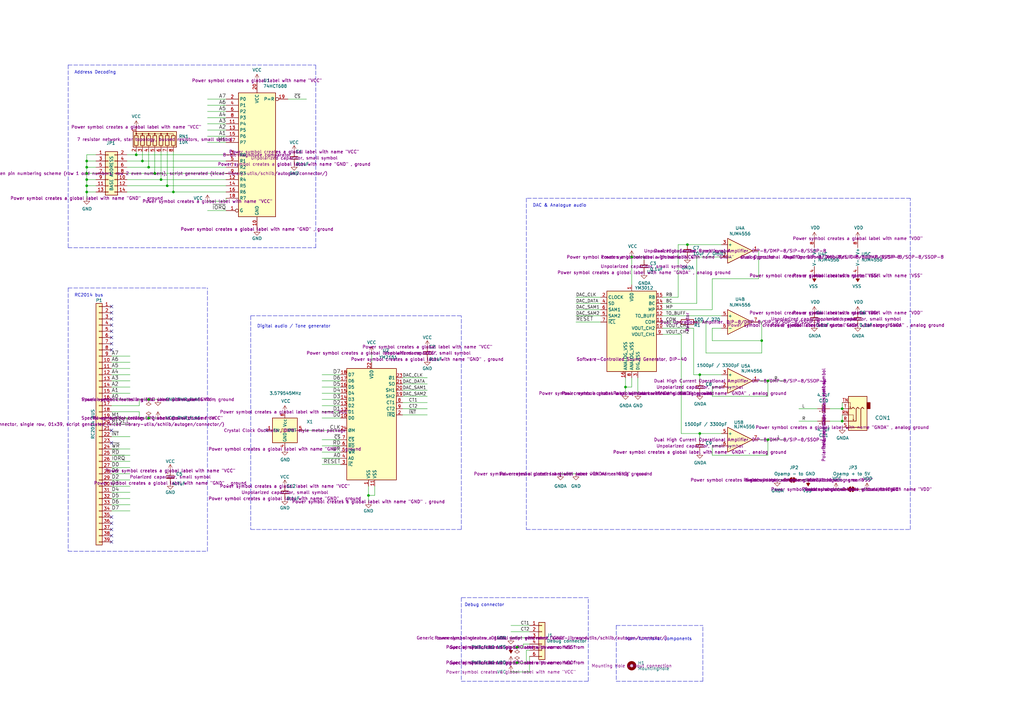
<source format=kicad_sch>
(kicad_sch (version 20250114) (generator "eeschema") (generator_version "9.0")
  (paper "A3")
  (title_block (title "RC2014 YM2151 sound card") (date "@date@") (rev "@version@") (comment 1 "these are the things that dreams are made of"))
  (text "Non-functional components" (at 256.54 262.89 0) (effects (font (size 1.27 1.27)) (justify left bottom)))
  (text "Digital audio / Tone generator" (at 105.41 134.62 0) (effects (font (size 1.27 1.27)) (justify left bottom)))
  (text "Debug connector" (at 190.5 248.92 0) (effects (font (size 1.27 1.27)) (justify left bottom)))
  (text "Address Decoding" (at 30.48 30.48 0) (effects (font (size 1.27 1.27)) (justify left bottom)))
  (text "DAC & Analogue audio" (at 218.44 85.09 0) (effects (font (size 1.27 1.27)) (justify left bottom)))
  (text "RC2014 bus" (at 30.48 121.92 0) (effects (font (size 1.27 1.27)) (justify left bottom)))
  (junction (at 60.96 163.83))
  (junction (at 55.88 63.5))
  (junction (at 35.56 78.74))
  (junction (at 314.96 156.21))
  (junction (at 151.13 203.2))
  (junction (at 35.56 76.2))
  (junction (at 256.54 158.75))
  (junction (at 314.96 180.34))
  (junction (at 35.56 73.66))
  (junction (at 66.04 73.66))
  (junction (at 71.12 78.74))
  (junction (at 35.56 71.12))
  (junction (at 287.02 177.8))
  (junction (at 287.02 153.67))
  (junction (at 35.56 68.58))
  (junction (at 60.96 171.45))
  (junction (at 281.94 100.33))
  (junction (at 312.42 139.7))
  (junction (at 58.42 66.04))
  (junction (at 63.5 71.12))
  (junction (at 259.08 105.41))
  (junction (at 35.56 66.04))
  (junction (at 60.96 68.58))
  (junction (at 68.58 76.2))
  (junction (at 345.44 167.64))
  (junction (at 212.09 271.78))
  (junction (at 212.09 265.43))
  (junction (at 345.44 172.72))
  (no_connect (at 109.22 176.53))
  (no_connect (at 45.72 222.25))
  (no_connect (at 45.72 217.17))
  (no_connect (at 45.72 130.81))
  (no_connect (at 45.72 128.27))
  (no_connect (at 45.72 181.61))
  (no_connect (at 45.72 214.63))
  (no_connect (at 45.72 125.73))
  (no_connect (at 45.72 140.97))
  (no_connect (at 45.72 212.09))
  (no_connect (at 45.72 143.51))
  (no_connect (at 45.72 138.43))
  (no_connect (at 45.72 219.71))
  (no_connect (at 45.72 133.35))
  (no_connect (at 45.72 135.89))
  (no_connect (at 45.72 176.53))
  (polyline (pts (xy 373.38 217.17) (xy 373.38 81.28)) (stroke (width 0) (type dash)))
  (wire (pts (xy 256.54 158.75) (xy 256.54 161.29)))
  (wire (pts (xy 57.15 163.83) (xy 60.96 163.83)))
  (wire (pts (xy 55.88 62.23) (xy 55.88 63.5)))
  (wire (pts (xy 259.08 154.94) (xy 259.08 158.75)))
  (wire (pts (xy 285.75 105.41) (xy 295.91 105.41)))
  (wire (pts (xy 57.15 171.45) (xy 60.96 171.45)))
  (polyline (pts (xy 102.87 129.54) (xy 102.87 217.17)) (stroke (width 0) (type dash)))
  (wire (pts (xy 68.58 76.2) (xy 52.07 76.2)))
  (wire (pts (xy 312.42 132.08) (xy 311.15 132.08)))
  (wire (pts (xy 132.08 161.29) (xy 139.7 161.29)))
  (wire (pts (xy 52.07 73.66) (xy 66.04 73.66)))
  (wire (pts (xy 45.72 199.39) (xy 53.34 199.39)))
  (wire (pts (xy 35.56 73.66) (xy 35.56 76.2)))
  (polyline (pts (xy 288.29 279.4) (xy 288.29 256.54)) (stroke (width 0) (type dash)))
  (wire (pts (xy 236.22 194.31) (xy 229.87 194.31)))
  (wire (pts (xy 35.56 78.74) (xy 39.37 78.74)))
  (wire (pts (xy 45.72 148.59) (xy 53.34 148.59)))
  (wire (pts (xy 52.07 66.04) (xy 58.42 66.04)))
  (wire (pts (xy 279.4 137.16) (xy 279.4 177.8)))
  (wire (pts (xy 345.44 167.64) (xy 345.44 165.1)))
  (polyline (pts (xy 241.3 279.4) (xy 241.3 245.11)) (stroke (width 0) (type dash)))
  (polyline (pts (xy 189.23 279.4) (xy 241.3 279.4)) (stroke (width 0) (type dash)))
  (wire (pts (xy 281.94 100.33) (xy 295.91 100.33)))
  (wire (pts (xy 271.78 132.08) (xy 278.13 132.08)))
  (wire (pts (xy 292.1 182.88) (xy 292.1 186.69)))
  (wire (pts (xy 165.1 165.1) (xy 175.26 165.1)))
  (polyline (pts (xy 252.73 256.54) (xy 288.29 256.54)) (stroke (width 0) (type dash)))
  (wire (pts (xy 132.08 185.42) (xy 139.7 185.42)))
  (polyline (pts (xy 102.87 217.17) (xy 189.23 217.17)) (stroke (width 0) (type dash)))
  (wire (pts (xy 214.63 264.16) (xy 217.17 264.16)))
  (wire (pts (xy 45.72 204.47) (xy 53.34 204.47)))
  (wire (pts (xy 355.6 200.66) (xy 353.06 200.66)))
  (wire (pts (xy 45.72 156.21) (xy 53.34 156.21)))
  (wire (pts (xy 45.72 173.99) (xy 53.34 173.99)))
  (wire (pts (xy 132.08 166.37) (xy 139.7 166.37)))
  (wire (pts (xy 57.15 168.91) (xy 57.15 171.45)))
  (wire (pts (xy 292.1 127) (xy 292.1 114.3)))
  (wire (pts (xy 259.08 105.41) (xy 264.16 105.41)))
  (wire (pts (xy 312.42 139.7) (xy 312.42 132.08)))
  (wire (pts (xy 45.72 163.83) (xy 53.34 163.83)))
  (wire (pts (xy 45.72 146.05) (xy 53.34 146.05)))
  (wire (pts (xy 132.08 158.75) (xy 139.7 158.75)))
  (wire (pts (xy 271.78 121.92) (xy 278.13 121.92)))
  (wire (pts (xy 209.55 256.54) (xy 217.17 256.54)))
  (wire (pts (xy 287.02 156.21) (xy 287.02 153.67)))
  (wire (pts (xy 312.42 144.78) (xy 289.56 144.78)))
  (wire (pts (xy 132.08 171.45) (xy 139.7 171.45)))
  (wire (pts (xy 57.15 166.37) (xy 57.15 163.83)))
  (wire (pts (xy 45.72 207.01) (xy 53.34 207.01)))
  (wire (pts (xy 312.42 139.7) (xy 312.42 144.78)))
  (wire (pts (xy 45.72 209.55) (xy 53.34 209.55)))
  (wire (pts (xy 209.55 261.62) (xy 217.17 261.62)))
  (wire (pts (xy 35.56 76.2) (xy 39.37 76.2)))
  (polyline (pts (xy 252.73 279.4) (xy 288.29 279.4)) (stroke (width 0) (type dash)))
  (wire (pts (xy 314.96 180.34) (xy 322.58 180.34)))
  (wire (pts (xy 45.72 201.93) (xy 53.34 201.93)))
  (wire (pts (xy 60.96 68.58) (xy 52.07 68.58)))
  (wire (pts (xy 118.11 40.64) (xy 125.73 40.64)))
  (wire (pts (xy 35.56 76.2) (xy 35.56 78.74)))
  (wire (pts (xy 35.56 66.04) (xy 39.37 66.04)))
  (wire (pts (xy 60.96 163.83) (xy 64.77 163.83)))
  (wire (pts (xy 212.09 271.78) (xy 215.9 271.78)))
  (wire (pts (xy 287.02 177.8) (xy 295.91 177.8)))
  (wire (pts (xy 132.08 153.67) (xy 139.7 153.67)))
  (wire (pts (xy 35.56 68.58) (xy 39.37 68.58)))
  (wire (pts (xy 340.36 172.72) (xy 345.44 172.72)))
  (wire (pts (xy 35.56 63.5) (xy 35.56 66.04)))
  (wire (pts (xy 55.88 63.5) (xy 52.07 63.5)))
  (wire (pts (xy 259.08 105.41) (xy 259.08 116.84)))
  (wire (pts (xy 60.96 171.45) (xy 64.77 171.45)))
  (wire (pts (xy 85.09 43.18) (xy 92.71 43.18)))
  (wire (pts (xy 212.09 265.43) (xy 214.63 265.43)))
  (wire (pts (xy 151.13 203.2) (xy 151.13 205.74)))
  (wire (pts (xy 331.47 196.85) (xy 328.93 196.85)))
  (wire (pts (xy 85.09 40.64) (xy 92.71 40.64)))
  (wire (pts (xy 66.04 73.66) (xy 92.71 73.66)))
  (wire (pts (xy 214.63 265.43) (xy 214.63 264.16)))
  (wire (pts (xy 85.09 53.34) (xy 92.71 53.34)))
  (polyline (pts (xy 373.38 81.28) (xy 215.9 81.28)) (stroke (width 0) (type dash)))
  (wire (pts (xy 271.78 134.62) (xy 284.48 134.62)))
  (wire (pts (xy 45.72 179.07) (xy 53.34 179.07)))
  (wire (pts (xy 289.56 132.08) (xy 289.56 144.78)))
  (wire (pts (xy 314.96 156.21) (xy 322.58 156.21)))
  (wire (pts (xy 92.71 76.2) (xy 68.58 76.2)))
  (wire (pts (xy 132.08 163.83) (xy 139.7 163.83)))
  (wire (pts (xy 45.72 186.69) (xy 53.34 186.69)))
  (wire (pts (xy 165.1 157.48) (xy 175.26 157.48)))
  (wire (pts (xy 165.1 170.18) (xy 175.26 170.18)))
  (wire (pts (xy 314.96 186.69) (xy 314.96 180.34)))
  (wire (pts (xy 85.09 82.55) (xy 92.71 82.55)))
  (wire (pts (xy 132.08 180.34) (xy 139.7 180.34)))
  (wire (pts (xy 287.02 153.67) (xy 295.91 153.67)))
  (wire (pts (xy 52.07 78.74) (xy 71.12 78.74)))
  (wire (pts (xy 63.5 71.12) (xy 92.71 71.12)))
  (wire (pts (xy 295.91 134.62) (xy 292.1 134.62)))
  (wire (pts (xy 45.72 158.75) (xy 53.34 158.75)))
  (wire (pts (xy 58.42 66.04) (xy 92.71 66.04)))
  (wire (pts (xy 209.55 259.08) (xy 217.17 259.08)))
  (wire (pts (xy 57.15 168.91) (xy 45.72 168.91)))
  (wire (pts (xy 285.75 124.46) (xy 285.75 105.41)))
  (wire (pts (xy 278.13 100.33) (xy 281.94 100.33)))
  (wire (pts (xy 292.1 134.62) (xy 292.1 139.7)))
  (wire (pts (xy 85.09 50.8) (xy 92.71 50.8)))
  (wire (pts (xy 35.56 71.12) (xy 35.56 73.66)))
  (wire (pts (xy 271.78 124.46) (xy 285.75 124.46)))
  (wire (pts (xy 278.13 121.92) (xy 278.13 100.33)))
  (wire (pts (xy 35.56 73.66) (xy 39.37 73.66)))
  (polyline (pts (xy 215.9 81.28) (xy 215.9 217.17)) (stroke (width 0) (type dash)))
  (wire (pts (xy 60.96 62.23) (xy 60.96 68.58)))
  (wire (pts (xy 271.78 137.16) (xy 279.4 137.16)))
  (wire (pts (xy 212.09 265.43) (xy 209.55 265.43)))
  (wire (pts (xy 284.48 153.67) (xy 287.02 153.67)))
  (wire (pts (xy 45.72 151.13) (xy 53.34 151.13)))
  (polyline (pts (xy 27.94 118.11) (xy 85.09 118.11)) (stroke (width 0) (type dash)))
  (wire (pts (xy 335.28 172.72) (xy 327.66 172.72)))
  (wire (pts (xy 52.07 71.12) (xy 63.5 71.12)))
  (wire (pts (xy 292.1 139.7) (xy 312.42 139.7)))
  (wire (pts (xy 340.36 167.64) (xy 345.44 167.64)))
  (wire (pts (xy 271.78 127) (xy 292.1 127)))
  (wire (pts (xy 217.17 275.59) (xy 217.17 269.24)))
  (wire (pts (xy 311.15 180.34) (xy 314.96 180.34)))
  (wire (pts (xy 68.58 62.23) (xy 68.58 76.2)))
  (wire (pts (xy 284.48 134.62) (xy 284.48 153.67)))
  (polyline (pts (xy 129.54 101.6) (xy 129.54 26.67)) (stroke (width 0) (type dash)))
  (wire (pts (xy 285.75 132.08) (xy 289.56 132.08)))
  (polyline (pts (xy 102.87 129.54) (xy 189.23 129.54)) (stroke (width 0) (type dash)))
  (polyline (pts (xy 189.23 217.17) (xy 189.23 129.54)) (stroke (width 0) (type dash)))
  (polyline (pts (xy 189.23 245.11) (xy 189.23 279.4)) (stroke (width 0) (type dash)))
  (wire (pts (xy 165.1 162.56) (xy 175.26 162.56)))
  (wire (pts (xy 279.4 177.8) (xy 287.02 177.8)))
  (wire (pts (xy 236.22 124.46) (xy 246.38 124.46)))
  (wire (pts (xy 217.17 275.59) (xy 209.55 275.59)))
  (wire (pts (xy 57.15 166.37) (xy 45.72 166.37)))
  (wire (pts (xy 345.44 172.72) (xy 345.44 170.18)))
  (wire (pts (xy 292.1 162.56) (xy 314.96 162.56)))
  (wire (pts (xy 153.67 203.2) (xy 151.13 203.2)))
  (wire (pts (xy 85.09 55.88) (xy 92.71 55.88)))
  (polyline (pts (xy 27.94 226.06) (xy 85.09 226.06)) (stroke (width 0) (type dash)))
  (wire (pts (xy 45.72 153.67) (xy 53.34 153.67)))
  (wire (pts (xy 85.09 48.26) (xy 92.71 48.26)))
  (wire (pts (xy 215.9 266.7) (xy 217.17 266.7)))
  (wire (pts (xy 314.96 162.56) (xy 314.96 156.21)))
  (wire (pts (xy 45.72 184.15) (xy 53.34 184.15)))
  (polyline (pts (xy 27.94 26.67) (xy 27.94 101.6)) (stroke (width 0) (type dash)))
  (polyline (pts (xy 241.3 245.11) (xy 189.23 245.11)) (stroke (width 0) (type dash)))
  (wire (pts (xy 35.56 71.12) (xy 39.37 71.12)))
  (wire (pts (xy 215.9 271.78) (xy 215.9 266.7)))
  (wire (pts (xy 151.13 199.39) (xy 151.13 203.2)))
  (wire (pts (xy 45.72 196.85) (xy 53.34 196.85)))
  (wire (pts (xy 264.16 105.41) (xy 264.16 106.68)))
  (polyline (pts (xy 215.9 81.28) (xy 215.9 81.28)) (stroke (width 0) (type dash)))
  (wire (pts (xy 45.72 189.23) (xy 53.34 189.23)))
  (wire (pts (xy 287.02 180.34) (xy 287.02 177.8)))
  (polyline (pts (xy 252.73 256.54) (xy 252.73 279.4)) (stroke (width 0) (type dash)))
  (polyline (pts (xy 85.09 226.06) (xy 85.09 118.11)) (stroke (width 0) (type dash)))
  (wire (pts (xy 92.71 63.5) (xy 55.88 63.5)))
  (wire (pts (xy 236.22 132.08) (xy 246.38 132.08)))
  (wire (pts (xy 132.08 182.88) (xy 139.7 182.88)))
  (wire (pts (xy 124.46 176.53) (xy 139.7 176.53)))
  (wire (pts (xy 85.09 45.72) (xy 92.71 45.72)))
  (wire (pts (xy 311.15 156.21) (xy 314.96 156.21)))
  (wire (pts (xy 35.56 78.74) (xy 35.56 81.28)))
  (wire (pts (xy 152.4 144.78) (xy 152.4 148.59)))
  (wire (pts (xy 35.56 66.04) (xy 35.56 68.58)))
  (polyline (pts (xy 27.94 118.11) (xy 27.94 226.06)) (stroke (width 0) (type dash)))
  (wire (pts (xy 318.77 196.85) (xy 321.31 196.85)))
  (polyline (pts (xy 27.94 26.67) (xy 129.54 26.67)) (stroke (width 0) (type dash)))
  (wire (pts (xy 236.22 129.54) (xy 246.38 129.54)))
  (wire (pts (xy 132.08 168.91) (xy 139.7 168.91)))
  (wire (pts (xy 295.91 182.88) (xy 292.1 182.88)))
  (wire (pts (xy 92.71 68.58) (xy 60.96 68.58)))
  (polyline (pts (xy 215.9 217.17) (xy 373.38 217.17)) (stroke (width 0) (type dash)))
  (wire (pts (xy 153.67 203.2) (xy 153.67 199.39)))
  (wire (pts (xy 256.54 154.94) (xy 256.54 158.75)))
  (wire (pts (xy 132.08 187.96) (xy 139.7 187.96)))
  (wire (pts (xy 85.09 58.42) (xy 92.71 58.42)))
  (wire (pts (xy 292.1 158.75) (xy 295.91 158.75)))
  (wire (pts (xy 165.1 160.02) (xy 175.26 160.02)))
  (wire (pts (xy 271.78 129.54) (xy 295.91 129.54)))
  (wire (pts (xy 165.1 154.94) (xy 175.26 154.94)))
  (wire (pts (xy 132.08 190.5) (xy 139.7 190.5)))
  (wire (pts (xy 92.71 82.55) (xy 92.71 81.28)))
  (wire (pts (xy 63.5 62.23) (xy 63.5 71.12)))
  (wire (pts (xy 236.22 127) (xy 246.38 127)))
  (polyline (pts (xy 27.94 101.6) (xy 129.54 101.6)) (stroke (width 0) (type dash)))
  (wire (pts (xy 45.72 194.31) (xy 53.34 194.31)))
  (wire (pts (xy 292.1 186.69) (xy 314.96 186.69)))
  (wire (pts (xy 58.42 62.23) (xy 58.42 66.04)))
  (wire (pts (xy 311.15 102.87) (xy 311.15 114.3)))
  (wire (pts (xy 292.1 158.75) (xy 292.1 162.56)))
  (wire (pts (xy 209.55 271.78) (xy 212.09 271.78)))
  (wire (pts (xy 85.09 86.36) (xy 92.71 86.36)))
  (wire (pts (xy 45.72 161.29) (xy 53.34 161.29)))
  (wire (pts (xy 35.56 63.5) (xy 39.37 63.5)))
  (wire (pts (xy 236.22 121.92) (xy 246.38 121.92)))
  (wire (pts (xy 71.12 78.74) (xy 92.71 78.74)))
  (wire (pts (xy 335.28 167.64) (xy 327.66 167.64)))
  (wire (pts (xy 71.12 62.23) (xy 71.12 78.74)))
  (wire (pts (xy 66.04 62.23) (xy 66.04 73.66)))
  (wire (pts (xy 292.1 114.3) (xy 311.15 114.3)))
  (wire (pts (xy 35.56 68.58) (xy 35.56 71.12)))
  (wire (pts (xy 45.72 171.45) (xy 53.34 171.45)))
  (wire (pts (xy 259.08 158.75) (xy 256.54 158.75)))
  (wire (pts (xy 165.1 167.64) (xy 175.26 167.64)))
  (wire (pts (xy 132.08 156.21) (xy 139.7 156.21)))
  (wire (pts (xy 45.72 191.77) (xy 53.34 191.77)))
  (wire (pts (xy 261.62 161.29) (xy 261.62 154.94)))
  (wire (pts (xy 342.9 200.66) (xy 345.44 200.66)))
  (label "~{WR}" (at 45.72 184.15 0) (effects (font (size 1.524 1.524))))
  (label "A2" (at 45.72 158.75 0) (effects (font (size 1.524 1.524))))
  (label "L" (at 328.93 167.64 0))
  (label "~{CS}" (at 120.65 40.64 0))
  (label "D2" (at 45.72 196.85 0) (effects (font (size 1.524 1.524))))
  (label "L" (at 318.77 180.34 0))
  (label "COM" (at 273.05 132.08 0))
  (label "TO_BUFF" (at 273.05 129.54 0))
  (label "DAC_CLK" (at 236.22 121.92 0))
  (label "CT2" (at 217.17 259.08 180))
  (label "BC" (at 273.05 124.46 0))
  (label "D1" (at 139.7 168.91 180) (effects (font (size 1.524 1.524))))
  (label "DAC_CLK" (at 165.1 154.94 0))
  (label "A1" (at 92.71 55.88 180) (effects (font (size 1.524 1.524))))
  (label "A7" (at 92.71 40.64 180) (effects (font (size 1.524 1.524))))
  (label "R" (at 328.93 172.72 0))
  (label "D1" (at 45.72 194.31 0) (effects (font (size 1.524 1.524))))
  (label "~{RD}" (at 139.7 182.88 180) (effects (font (size 1.524 1.524))))
  (label "~{RESET}" (at 139.7 190.5 180) (effects (font (size 1.524 1.524))))
  (label "A3" (at 92.71 50.8 180) (effects (font (size 1.524 1.524))))
  (label "A4" (at 92.71 48.26 180) (effects (font (size 1.524 1.524))))
  (label "A6" (at 45.72 148.59 0) (effects (font (size 1.524 1.524))))
  (label "D2" (at 139.7 166.37 180) (effects (font (size 1.524 1.524))))
  (label "D7" (at 139.7 153.67 180) (effects (font (size 1.524 1.524))))
  (label "D5" (at 45.72 204.47 0) (effects (font (size 1.524 1.524))))
  (label "D7" (at 45.72 209.55 0) (effects (font (size 1.524 1.524))))
  (label "M1" (at 92.71 58.42 180) (effects (font (size 1.524 1.524))))
  (label "~{WR}" (at 139.7 185.42 180) (effects (font (size 1.524 1.524))))
  (label "~{INT}" (at 45.72 179.07 0))
  (label "D6" (at 139.7 156.21 180) (effects (font (size 1.524 1.524))))
  (label "DAC_DATA" (at 165.1 157.48 0))
  (label "CLK" (at 139.7 176.53 180) (effects (font (size 1.524 1.524))))
  (label "~{RESET}" (at 45.72 173.99 0) (effects (font (size 1.524 1.524))))
  (label "~{RESET}" (at 236.22 132.08 0) (effects (font (size 1.524 1.524))))
  (label "A1" (at 45.72 161.29 0) (effects (font (size 1.524 1.524))))
  (label "~{IORQ}" (at 92.71 86.36 180) (effects (font (size 1.524 1.524))))
  (label "~{RD}" (at 45.72 186.69 0) (effects (font (size 1.524 1.524))))
  (label "A4" (at 45.72 153.67 0) (effects (font (size 1.524 1.524))))
  (label "DAC_SAM2" (at 236.22 129.54 0))
  (label "D0" (at 139.7 171.45 180) (effects (font (size 1.524 1.524))))
  (label "A2" (at 92.71 53.34 180) (effects (font (size 1.524 1.524))))
  (label "A3" (at 45.72 156.21 0) (effects (font (size 1.524 1.524))))
  (label "DAC_SAM1" (at 236.22 127 0))
  (label "CT1" (at 167.64 165.1 0))
  (label "~{INT}" (at 167.64 170.18 0))
  (label "RB" (at 273.05 121.92 0))
  (label "A0" (at 139.7 187.96 180) (effects (font (size 1.524 1.524))))
  (label "~{CS}" (at 139.7 180.34 180))
  (label "D4" (at 45.72 201.93 0) (effects (font (size 1.524 1.524))))
  (label "CT2" (at 167.64 167.64 0))
  (label "D5" (at 139.7 158.75 180) (effects (font (size 1.524 1.524))))
  (label "A6" (at 92.71 43.18 180) (effects (font (size 1.524 1.524))))
  (label "D3" (at 45.72 199.39 0) (effects (font (size 1.524 1.524))))
  (label "D0" (at 45.72 191.77 0) (effects (font (size 1.524 1.524))))
  (label "A5" (at 45.72 151.13 0) (effects (font (size 1.524 1.524))))
  (label "DAC_SAM2" (at 165.1 162.56 0))
  (label "DAC_DATA" (at 236.22 124.46 0))
  (label "DAC_SAM1" (at 165.1 160.02 0))
  (label "D3" (at 139.7 163.83 180) (effects (font (size 1.524 1.524))))
  (label "D4" (at 139.7 161.29 180) (effects (font (size 1.524 1.524))))
  (label "D6" (at 45.72 207.01 0) (effects (font (size 1.524 1.524))))
  (label "A7" (at 45.72 146.05 0) (effects (font (size 1.524 1.524))))
  (label "R" (at 317.5 156.21 0))
  (label "M1" (at 45.72 171.45 0) (effects (font (size 1.524 1.524))))
  (label "VOUT_CH1" (at 273.05 134.62 0))
  (label "~{IORQ}" (at 45.72 189.23 0) (effects (font (size 1.524 1.524))))
  (label "CT1" (at 217.17 256.54 180))
  (label "VOUT_CH2" (at 273.05 137.16 0))
  (label "A5" (at 92.71 45.72 180) (effects (font (size 1.524 1.524))))
  (label "A0" (at 45.72 163.83 0) (effects (font (size 1.524 1.524))))
  (label "MP" (at 273.05 127 0))
  (symbol (lib_id "Connector_Generic:Conn_01x39") (at 40.64 173.99 0) (mirror y) (unit 1)
    (property "Reference" "P1" (at 40.64 123.19 0))
    (property "Value" "RC2014 BUS" (at 38.1 173.99 90))
    (property "Footprint" "electrified:PinHeader_1x39_P2.54mm_Vertical" (effects (hide yes)))
    (property "Datasheet" "~" (at 40.64 173.99 0))
    (property "Description" "Generic connector, single row, 01x39, script generated (kicad-library-utils/schlib/autogen/connector/)" (at 40.64 173.99 0))
  )
  (symbol (lib_id "power:GND") (at 64.77 163.83 0) (unit 1)
    (property "Reference" "#PWR03" (effects (hide yes)))
    (property "Value" "GND" (at 69.85 163.83 0))
    (property "Description" "Power symbol creates a global label with name \"GND\" , ground" (at 64.77 163.83 0))
  )
  (symbol (lib_id "power:VCC") (at 64.77 171.45 0) (unit 1)
    (property "Reference" "#PWR02" (effects (hide yes)))
    (property "Value" "VCC" (at 69.85 171.45 0))
    (property "Description" "Power symbol creates a global label with name \"VCC\"" (at 64.77 171.45 0))
  )
  (symbol (lib_id "power:GND") (at 151.13 205.74 0) (unit 1)
    (property "Reference" "#PWR018" (effects (hide yes)))
    (property "Value" "GND" (at 151.13 209.55 0))
    (property "Description" "Power symbol creates a global label with name \"GND\" , ground" (at 151.13 205.74 0))
  )
  (symbol (lib_id "Device:C_Small") (at 120.65 64.77 0) (unit 1)
    (property "Reference" "C1" (at 121.285 62.23 0) (effects (justify left)))
    (property "Value" "0.1uF" (at 121.285 67.31 0) (effects (justify left)))
    (property "Footprint" "Capacitor_THT:C_Disc_D3.8mm_W2.6mm_P2.50mm" (effects (hide yes)))
    (property "Description" "Unpolarized capacitor, small symbol" (at 120.65 64.77 0))
  )
  (symbol (lib_id "Device:C_Small") (at 175.26 144.78 0) (unit 1)
    (property "Reference" "C2" (at 175.895 142.24 0) (effects (justify left)))
    (property "Value" "0.1uF" (at 175.895 147.32 0) (effects (justify left)))
    (property "Footprint" "Capacitor_THT:C_Disc_D3.8mm_W2.6mm_P2.50mm" (effects (hide yes)))
    (property "Description" "Unpolarized capacitor, small symbol" (at 175.26 144.78 0))
  )
  (symbol (lib_id "power:GND") (at 120.65 67.31 0) (unit 1)
    (property "Reference" "#PWR05" (effects (hide yes)))
    (property "Value" "GND" (at 120.65 71.12 0))
    (property "Description" "Power symbol creates a global label with name \"GND\" , ground" (at 120.65 67.31 0))
  )
  (symbol (lib_id "power:GND") (at 175.26 147.32 0) (unit 1)
    (property "Reference" "#PWR08" (effects (hide yes)))
    (property "Value" "GND" (at 175.26 151.13 0))
    (property "Description" "Power symbol creates a global label with name \"GND\" , ground" (at 175.26 147.32 0))
  )
  (symbol (lib_id "power:VCC") (at 120.65 62.23 0) (unit 1)
    (property "Reference" "#PWR04" (effects (hide yes)))
    (property "Value" "VCC" (at 120.65 58.42 0))
    (property "Description" "Power symbol creates a global label with name \"VCC\"" (at 120.65 62.23 0))
  )
  (symbol (lib_id "power:VCC") (at 175.26 142.24 0) (unit 1)
    (property "Reference" "#PWR07" (effects (hide yes)))
    (property "Value" "VCC" (at 175.26 138.43 0))
    (property "Description" "Power symbol creates a global label with name \"VCC\"" (at 175.26 142.24 0))
  )
  (symbol (lib_id "Connector_Generic:Conn_02x07_Odd_Even") (at 44.45 71.12 0) (unit 1)
    (property "Reference" "JP1" (at 45.466 58.674 0))
    (property "Value" "BASE ADDRESS" (at 45.72 71.12 90))
    (property "Footprint" "Connector_PinHeader_2.54mm:PinHeader_2x07_P2.54mm_Vertical" (effects (hide yes)))
    (property "Description" "Generic connector, double row, 02x07, odd/even pin numbering scheme (row 1 odd numbers, row 2 even numbers), script generated (kicad-library-utils/schlib/autogen/connector/)" (at 44.45 71.12 0))
  )
  (symbol (lib_id "Device:C_Small") (at 334.01 130.81 0) (unit 1)
    (property "Reference" "C4" (at 334.645 128.27 0) (effects (justify left)))
    (property "Value" "0.1uF" (at 334.645 133.35 0) (effects (justify left)))
    (property "Footprint" "Capacitor_THT:C_Disc_D3.8mm_W2.6mm_P2.50mm" (effects (hide yes)))
    (property "Description" "Unpolarized capacitor, small symbol" (at 334.01 130.81 0))
  )
  (symbol (lib_id "power:PWR_FLAG") (at 60.96 163.83 180) (unit 1)
    (property "Reference" "#FLG02" (effects (hide yes)))
    (property "Value" "PWR_FLAG" (at 77.47 163.83 0))
    (property "Description" "Special symbol for telling ERC where power comes from" (at 60.96 163.83 0))
  )
  (symbol (lib_id "power:PWR_FLAG") (at 60.96 171.45 0) (unit 1)
    (property "Reference" "#FLG01" (effects (hide yes)))
    (property "Value" "PWR_FLAG" (at 77.47 171.45 0))
    (property "Description" "Special symbol for telling ERC where power comes from" (at 60.96 171.45 0))
  )
  (symbol (lib_id "Oscillator:CXO_DIP8") (at 116.84 176.53 0) (unit 1)
    (property "Reference" "X1" (at 125.73 172.974 0) (effects (justify left)))
    (property "Value" "3.579545MHz" (at 110.49 161.29 0) (effects (justify left)))
    (property "Footprint" "Oscillator:Oscillator_DIP-8" (effects (hide yes)))
    (property "Datasheet" "http://cdn-reichelt.de/documents/datenblatt/B400/OSZI.pdf" (effects (hide yes)))
    (property "Description" "Crystal Clock Oscillator, DIP8-style metal package" (at 116.84 176.53 0))
  )
  (symbol (lib_id "power:GND") (at 116.84 184.15 0) (unit 1)
    (property "Reference" "#PWR017" (effects (hide yes)))
    (property "Value" "GND" (at 116.967 188.5442 0))
    (property "Description" "Power symbol creates a global label with name \"GND\" , ground" (at 116.84 184.15 0))
  )
  (symbol (lib_id "power:VCC") (at 116.84 168.91 0) (unit 1)
    (property "Reference" "#PWR016" (effects (hide yes)))
    (property "Value" "VCC" (at 117.221 164.5158 0))
    (property "Description" "Power symbol creates a global label with name \"VCC\"" (at 116.84 168.91 0))
  )
  (symbol (lib_id "Mechanical:MountingHole") (at 259.08 273.05 0) (unit 1)
    (property "Reference" "H1" (at 261.62 271.8816 0) (effects (justify left)))
    (property "Value" "MountingHole" (at 261.62 274.193 0) (effects (justify left)))
    (property "Footprint" "MountingHole:MountingHole_3.2mm_M3" (effects (hide yes)))
    (property "Description" "Mounting Hole without connection" (at 259.08 273.05 0))
  )
  (symbol (lib_id "Connector:AudioJack3_SwitchTR") (at 350.52 172.72 180) (unit 1)
    (property "Reference" "CON1" (at 358.8512 171.3738 0) (effects (font (size 1.524 1.524)) (justify right)))
    (property "Value" "SJ1-3523N" (effects (hide yes)))
    (property "Footprint" "electrified:Headphone_Jack_3.5mm_5_pin" (effects (hide yes)))
    (property "Description" "CONN JACK STEREO 3.5MM R/A" (effects (hide yes)))
    (property "Digi-Key_PN" "CP1-3523N-ND" (effects (hide yes)))
    (property "MPN" "SJ1-3523N" (effects (hide yes)))
    (property "Category" "Connectors, Interconnects" (effects (hide yes)))
    (property "Family" "Barrel - Audio Connectors" (effects (hide yes)))
    (property "DK_Datasheet_Link" "https://www.cui.com/product/resource/digikeypdf/sj1-352xn_series.pdf" (effects (hide yes)))
    (property "DK_Detail_Page" "/product-detail/en/cui-inc/SJ1-3523N/CP1-3523N-ND/738689" (effects (hide yes)))
    (property "Manufacturer" "CUI Inc." (effects (hide yes)))
    (property "Status" "Active" (effects (hide yes)))
  )
  (symbol (lib_id "74xx:74HCT688") (at 105.41 63.5 0) (unit 1)
    (property "Reference" "U1" (at 107.95 33.02 0) (effects (justify left)))
    (property "Value" "74HCT688" (at 107.95 35.3314 0) (effects (justify left)))
    (property "Footprint" "Package_DIP:DIP-20_W7.62mm_Socket" (effects (hide yes)))
    (property "Datasheet" "https://www.ti.com/lit/ds/symlink/cd54hc688.pdf" (effects (hide yes)))
    (property "Description" "8-bit magnitude comparator" (at 105.41 63.5 0))
  )
  (symbol (lib_id "electrified:YM2151") (at 152.4 179.07 0) (unit 1)
    (property "Reference" "U2" (at 158.242 143.764 0))
    (property "Value" "YM2151" (at 159.258 146.558 0))
    (property "Footprint" "Package_DIP:DIP-24_W15.24mm" (effects (hide yes)))
  )
  (symbol (lib_id "electrified:YM3012") (at 259.08 147.32 0) (unit 1)
    (property "Reference" "U3" (at 266.7 111.506 0))
    (property "Value" "YM3012" (at 264.16 118.11 0))
    (property "Footprint" "Package_DIP:DIP-16_W7.62mm" (effects (hide yes)))
    (property "Description" "Software-Controlled Sound Generator, DIP-40" (at 259.08 147.32 0))
  )
  (symbol (lib_id "power:VCC") (at 152.4 144.78 0) (unit 1)
    (property "Reference" "#PWR019" (effects (hide yes)))
    (property "Value" "VCC" (at 152.4 140.462 0))
    (property "Description" "Power symbol creates a global label with name \"VCC\"" (at 152.4 144.78 0))
  )
  (symbol (lib_id "power:VCC") (at 259.08 105.41 0) (unit 1)
    (property "Reference" "#PWR020" (effects (hide yes)))
    (property "Value" "VCC" (at 259.461 101.0158 0))
    (property "Description" "Power symbol creates a global label with name \"VCC\"" (at 259.08 105.41 0))
  )
  (symbol (lib_id "power:GND") (at 105.41 93.98 0) (unit 1)
    (property "Reference" "#PWR015" (effects (hide yes)))
    (property "Value" "GND" (at 105.41 97.79 0))
    (property "Description" "Power symbol creates a global label with name \"GND\" , ground" (at 105.41 93.98 0))
  )
  (symbol (lib_id "power:VCC") (at 105.41 33.02 0) (unit 1)
    (property "Reference" "#PWR014" (effects (hide yes)))
    (property "Value" "VCC" (at 105.41 28.702 0))
    (property "Description" "Power symbol creates a global label with name \"VCC\"" (at 105.41 33.02 0))
  )
  (symbol (lib_id "Amplifier_Operational:NJM4556A") (at 303.53 102.87 0) (unit 1)
    (property "Reference" "U4" (at 303.53 93.5482 0))
    (property "Value" "NJM4556" (at 303.53 95.8596 0))
    (property "Footprint" "Package_DIP:DIP-8_W7.62mm_Socket" (effects (hide yes)))
    (property "Datasheet" "http://www.njr.com/semicon/PDF/NJM4556A_E.pdf" (effects (hide yes)))
    (property "Description" "Dual High Current Operational Amplifier, DIP-8/DMP-8/SIP-8/SSOP-8" (at 303.53 102.87 0))
  )
  (symbol (lib_id "Amplifier_Operational:NJM4558") (at 303.53 132.08 0) (unit 2)
    (property "Reference" "U4" (at 303.53 122.7582 0))
    (property "Value" "NJM4556" (at 303.53 125.0696 0))
    (property "Footprint" "Package_DIP:DIP-8_W7.62mm_Socket" (effects (hide yes)))
    (property "Datasheet" "http://www.njr.com/semicon/PDF/NJM4558_NJM4559_E.pdf" (effects (hide yes)))
    (property "Description" "Dual Operational Amplifier, DIP-8/DMP-8/SIP-8/SOP-8/SSOP-8" (at 303.53 132.08 0))
  )
  (symbol (lib_id "Amplifier_Operational:NJM4556A") (at 303.53 156.21 0) (unit 1)
    (property "Reference" "U5" (at 305.816 150.114 0))
    (property "Value" "NJM4556" (at 308.356 152.146 0))
    (property "Footprint" "Package_DIP:DIP-8_W7.62mm_Socket" (effects (hide yes)))
    (property "Datasheet" "http://www.njr.com/semicon/PDF/NJM4556A_E.pdf" (effects (hide yes)))
    (property "Description" "Dual High Current Operational Amplifier, DIP-8/DMP-8/SIP-8/SSOP-8" (at 303.53 156.21 0))
  )
  (symbol (lib_id "Amplifier_Operational:NJM4556A") (at 303.53 180.34 0) (unit 2)
    (property "Reference" "U5" (at 303.022 173.228 0))
    (property "Value" "NJM4556" (at 305.308 175.006 0))
    (property "Footprint" "Package_DIP:DIP-8_W7.62mm_Socket" (effects (hide yes)))
    (property "Datasheet" "http://www.njr.com/semicon/PDF/NJM4556A_E.pdf" (effects (hide yes)))
    (property "Description" "Dual High Current Operational Amplifier, DIP-8/DMP-8/SIP-8/SSOP-8" (at 303.53 180.34 0))
  )
  (symbol (lib_id "Amplifier_Operational:NJM4558") (at 336.55 105.41 0) (unit 3)
    (property "Reference" "U4" (at 335.4832 104.2416 0) (effects (justify left)))
    (property "Value" "NJM4556" (at 335.4832 106.553 0) (effects (justify left)))
    (property "Footprint" "Package_DIP:DIP-8_W7.62mm_Socket" (effects (hide yes)))
    (property "Datasheet" "http://www.njr.com/semicon/PDF/NJM4558_NJM4559_E.pdf" (effects (hide yes)))
    (property "Description" "Dual Operational Amplifier, DIP-8/DMP-8/SIP-8/SOP-8/SSOP-8" (at 336.55 105.41 0))
  )
  (symbol (lib_id "power:VCC") (at 342.9 200.66 0) (unit 1)
    (property "Reference" "#PWR030" (effects (hide yes)))
    (property "Value" "VCC" (at 343.281 196.2658 0))
    (property "Description" "Power symbol creates a global label with name \"VCC\"" (at 342.9 200.66 0))
  )
  (symbol (lib_id "Amplifier_Operational:NJM4558") (at 354.33 105.41 0) (unit 3)
    (property "Reference" "U5" (at 353.2632 104.2416 0) (effects (justify left)))
    (property "Value" "NJM4556" (at 353.2632 106.553 0) (effects (justify left)))
    (property "Footprint" "Package_DIP:DIP-8_W7.62mm_Socket" (effects (hide yes)))
    (property "Datasheet" "http://www.njr.com/semicon/PDF/NJM4558_NJM4559_E.pdf" (effects (hide yes)))
    (property "Description" "Dual Operational Amplifier, DIP-8/DMP-8/SIP-8/SOP-8/SSOP-8" (at 354.33 105.41 0))
  )
  (symbol (lib_id "Device:R_Network07") (at 63.5 57.15 0) (unit 1)
    (property "Reference" "RN1" (at 73.3552 55.9816 0) (effects (justify left)))
    (property "Value" "10K" (at 73.3552 58.293 0) (effects (justify left)))
    (property "Footprint" "Resistor_THT:R_Array_SIP8" (effects (hide yes)))
    (property "Datasheet" "http://www.vishay.com/docs/31509/csc.pdf" (effects (hide yes)))
    (property "Description" "7 resistor network, star topology, bussed resistors, small symbol" (at 63.5 57.15 0))
  )
  (symbol (lib_id "power:VCC") (at 55.88 52.07 0) (unit 1)
    (property "Reference" "#PWR06" (effects (hide yes)))
    (property "Value" "VCC" (at 55.88 47.752 0))
    (property "Description" "Power symbol creates a global label with name \"VCC\"" (at 55.88 52.07 0))
  )
  (symbol (lib_id "power:GNDA") (at 256.54 161.29 0) (unit 1)
    (property "Reference" "#PWR0103" (effects (hide yes)))
    (property "Value" "GNDA" (at 256.54 166.37 0))
    (property "Description" "Power symbol creates a global label with name \"GNDA\" , analog ground" (at 256.54 161.29 0))
  )
  (symbol (lib_id "power:GND") (at 35.56 81.28 0) (unit 1)
    (property "Reference" "#PWR01" (effects (hide yes)))
    (property "Value" "GND" (at 35.687 85.6742 0))
    (property "Description" "Power symbol creates a global label with name \"GND\" , ground" (at 35.56 81.28 0))
  )
  (symbol (lib_id "power:GND") (at 209.55 261.62 0) (unit 1)
    (property "Reference" "#PWR0104" (effects (hide yes)))
    (property "Value" "GND" (at 205.74 261.62 0))
    (property "Description" "Power symbol creates a global label with name \"GND\" , ground" (at 209.55 261.62 0))
  )
  (symbol (lib_id "power:VCC") (at 85.09 82.55 0) (unit 1)
    (property "Reference" "#PWR013" (effects (hide yes)))
    (property "Value" "VCC" (at 81.28 81.28 0))
    (property "Description" "Power symbol creates a global label with name \"VCC\"" (at 85.09 82.55 0))
  )
  (symbol (lib_id "power:VCC") (at 209.55 275.59 0) (unit 1)
    (property "Reference" "#PWR0105" (effects (hide yes)))
    (property "Value" "VCC" (at 205.74 275.59 0))
    (property "Description" "Power symbol creates a global label with name \"VCC\"" (at 209.55 275.59 0))
  )
  (symbol (lib_id "power:GNDA") (at 229.87 194.31 0) (unit 1)
    (property "Reference" "#PWR0106" (effects (hide yes)))
    (property "Value" "GNDA" (at 229.87 199.39 0))
    (property "Description" "Power symbol creates a global label with name \"GNDA\" , analog ground" (at 229.87 194.31 0))
  )
  (symbol (lib_id "power:GNDA") (at 318.77 196.85 0) (unit 1)
    (property "Reference" "#PWR0107" (effects (hide yes)))
    (property "Value" "GNDA" (at 318.897 201.2442 0))
    (property "Description" "Power symbol creates a global label with name \"GNDA\" , analog ground" (at 318.77 196.85 0))
  )
  (symbol (lib_id "power:GNDA") (at 287.02 185.42 0) (unit 1)
    (property "Reference" "#PWR0109" (effects (hide yes)))
    (property "Value" "GNDA" (at 287.147 189.8142 0))
    (property "Description" "Power symbol creates a global label with name \"GNDA\" , analog ground" (at 287.02 185.42 0))
  )
  (symbol (lib_id "power:GNDA") (at 287.02 161.29 0) (unit 1)
    (property "Reference" "#PWR0110" (effects (hide yes)))
    (property "Value" "GNDA" (at 287.147 165.6842 0))
    (property "Description" "Power symbol creates a global label with name \"GNDA\" , analog ground" (at 287.02 161.29 0))
  )
  (symbol (lib_id "power:GNDA") (at 281.94 105.41 0) (unit 1)
    (property "Reference" "#PWR0111" (effects (hide yes)))
    (property "Value" "GNDA" (at 282.067 109.8042 0))
    (property "Description" "Power symbol creates a global label with name \"GNDA\" , analog ground" (at 281.94 105.41 0))
  )
  (symbol (lib_id "power:GNDA") (at 345.44 175.26 0) (unit 1)
    (property "Reference" "#PWR0112" (effects (hide yes)))
    (property "Value" "GNDA" (at 345.567 179.6542 0))
    (property "Description" "Power symbol creates a global label with name \"GNDA\" , analog ground" (at 345.44 175.26 0))
  )
  (symbol (lib_id "power:GNDA") (at 351.79 133.35 0) (unit 1)
    (property "Reference" "#PWR0113" (effects (hide yes)))
    (property "Value" "GNDA" (at 351.917 137.7442 0))
    (property "Description" "Power symbol creates a global label with name \"GNDA\" , analog ground" (at 351.79 133.35 0))
  )
  (symbol (lib_id "power:GNDA") (at 334.01 133.35 0) (unit 1)
    (property "Reference" "#PWR0114" (effects (hide yes)))
    (property "Value" "GNDA" (at 334.137 137.7442 0))
    (property "Description" "Power symbol creates a global label with name \"GNDA\" , analog ground" (at 334.01 133.35 0))
  )
  (symbol (lib_id "Device:C_Polarized_Small") (at 69.85 195.58 0) (unit 1)
    (property "Reference" "C5" (at 72.1868 194.4116 0) (effects (justify left)))
    (property "Value" "4.7uF" (at 70.612 198.374 0) (effects (justify left)))
    (property "Footprint" "Capacitor_THT:CP_Radial_D7.5mm_P2.50mm" (effects (hide yes)))
    (property "Description" "Polarized capacitor, small symbol" (at 69.85 195.58 0))
  )
  (symbol (lib_id "power:GND") (at 261.62 161.29 0) (unit 1)
    (property "Reference" "#PWR021" (effects (hide yes)))
    (property "Value" "GND" (at 261.62 166.37 0))
    (property "Description" "Power symbol creates a global label with name \"GND\" , ground" (at 261.62 161.29 0))
  )
  (symbol (lib_id "Device:C_Small") (at 116.84 201.93 0) (unit 1)
    (property "Reference" "C12" (at 117.475 199.39 0) (effects (justify left)))
    (property "Value" "0.1uF" (at 117.475 204.47 0) (effects (justify left)))
    (property "Footprint" "Capacitor_THT:C_Disc_D3.8mm_W2.6mm_P2.50mm" (effects (hide yes)))
    (property "Description" "Unpolarized capacitor, small symbol" (at 116.84 201.93 0))
  )
  (symbol (lib_id "power:GND") (at 69.85 198.12 0) (unit 1)
    (property "Reference" "#PWR022" (effects (hide yes)))
    (property "Value" "GND" (at 69.85 201.93 0))
    (property "Description" "Power symbol creates a global label with name \"GND\" , ground" (at 69.85 198.12 0))
  )
  (symbol (lib_id "power:VCC") (at 116.84 199.39 0) (unit 1)
    (property "Reference" "#PWR012" (effects (hide yes)))
    (property "Value" "VCC" (at 116.84 195.58 0))
    (property "Description" "Power symbol creates a global label with name \"VCC\"" (at 116.84 199.39 0))
  )
  (symbol (lib_id "Device:C_Small") (at 264.16 109.22 0) (unit 1)
    (property "Reference" "C3" (at 266.4968 108.0516 0) (effects (justify left)))
    (property "Value" "0.1uF" (at 266.4968 110.363 0) (effects (justify left)))
    (property "Footprint" "Capacitor_THT:C_Disc_D3.8mm_W2.6mm_P2.50mm" (effects (hide yes)))
    (property "Description" "Unpolarized capacitor, small symbol" (at 264.16 109.22 0))
  )
  (symbol (lib_id "power:GNDA") (at 264.16 111.76 0) (unit 1)
    (property "Reference" "#PWR0115" (effects (hide yes)))
    (property "Value" "GNDA" (at 264.287 116.1542 0))
    (property "Description" "Power symbol creates a global label with name \"GNDA\" , analog ground" (at 264.16 111.76 0))
  )
  (symbol (lib_id "power:GND") (at 116.84 204.47 0) (unit 1)
    (property "Reference" "#PWR09" (effects (hide yes)))
    (property "Value" "GND" (at 116.84 208.28 0))
    (property "Description" "Power symbol creates a global label with name \"GND\" , ground" (at 116.84 204.47 0))
  )
  (symbol (lib_id "Device:C_Small") (at 281.94 102.87 0) (unit 1)
    (property "Reference" "C7" (at 284.1752 101.7016 0) (effects (justify left)))
    (property "Value" "10uF / Omit?" (at 284.1752 104.013 0) (effects (justify left)))
    (property "Footprint" "Capacitor_THT:C_Radial_D4.0mm_H7.0mm_P1.50mm" (effects (hide yes)))
    (property "Description" "Unpolarized capacitor, small symbol" (at 281.94 102.87 0))
  )
  (symbol (lib_id "power:VSS") (at 334.01 113.03 180) (unit 1)
    (property "Reference" "#PWR025" (effects (hide yes)))
    (property "Value" "VSS" (at 333.629 117.4242 0))
    (property "Description" "Power symbol creates a global label with name \"VSS\"" (at 334.01 113.03 0))
  )
  (symbol (lib_id "power:VSS") (at 351.79 113.03 180) (unit 1)
    (property "Reference" "#PWR027" (effects (hide yes)))
    (property "Value" "VSS" (at 351.409 117.4242 0))
    (property "Description" "Power symbol creates a global label with name \"VSS\"" (at 351.79 113.03 0))
  )
  (symbol (lib_id "power:VDD") (at 334.01 97.79 0) (unit 1)
    (property "Reference" "#PWR024" (effects (hide yes)))
    (property "Value" "VDD" (at 334.391 93.3958 0))
    (property "Description" "Power symbol creates a global label with name \"VDD\"" (effects (hide yes)))
  )
  (symbol (lib_id "power:VDD") (at 351.79 97.79 0) (unit 1)
    (property "Reference" "#PWR026" (effects (hide yes)))
    (property "Value" "VDD" (at 352.171 93.3958 0))
    (property "Description" "Power symbol creates a global label with name \"VDD\"" (at 351.79 97.79 0))
  )
  (symbol (lib_id "power:VDD") (at 355.6 200.66 0) (unit 1)
    (property "Reference" "#PWR011" (effects (hide yes)))
    (property "Value" "VDD" (at 355.981 196.2658 0))
    (property "Description" "Power symbol creates a global label with name \"VDD\"" (at 355.6 200.66 0))
  )
  (symbol (lib_id "power:VSS") (at 331.47 196.85 180) (unit 1)
    (property "Reference" "#PWR010" (effects (hide yes)))
    (property "Value" "VSS" (at 331.089 201.2442 0))
    (property "Description" "Power symbol creates a global label with name \"VSS\"" (at 331.47 196.85 0))
  )
  (symbol (lib_id "Jumper:SolderJumper_2_Bridged") (at 325.12 196.85 0) (unit 1)
    (property "Reference" "JP2" (at 323.85 191.77 0) (effects (justify left)))
    (property "Value" "Opamp - to GND" (at 317.5 194.31 0) (effects (justify left)))
    (property "Footprint" "Jumper:SolderJumper-2_P1.3mm_Bridged2Bar_RoundedPad1.0x1.5mm" (effects (hide yes)))
    (property "Description" "Solder Jumper, 2-pole, closed/bridged" (at 325.12 196.85 0))
  )
  (symbol (lib_id "Jumper:SolderJumper_2_Bridged") (at 349.25 200.66 0) (unit 1)
    (property "Reference" "JP3" (at 347.98 191.77 0) (effects (justify left)))
    (property "Value" "Opamp + to 5V" (at 341.63 194.31 0) (effects (justify left)))
    (property "Footprint" "Jumper:SolderJumper-2_P1.3mm_Bridged2Bar_RoundedPad1.0x1.5mm" (effects (hide yes)))
    (property "Description" "Solder Jumper, 2-pole, closed/bridged" (at 349.25 200.66 0))
  )
  (symbol (lib_id "Device:R") (at 281.94 132.08 270) (unit 1)
    (property "Reference" "R1" (at 286.004 133.35 90))
    (property "Value" "100 / 270" (at 290.068 131.064 90))
    (property "Footprint" "Resistor_THT:R_Axial_DIN0204_L3.6mm_D1.6mm_P7.62mm_Horizontal" (effects (hide yes)))
    (property "Description" "Resistor" (at 281.94 132.08 0))
  )
  (symbol (lib_id "power:VDD") (at 334.01 128.27 0) (unit 1)
    (property "Reference" "#PWR028" (effects (hide yes)))
    (property "Value" "VDD" (at 334.391 123.8758 0))
    (property "Description" "Power symbol creates a global label with name \"VDD\"" (at 334.01 128.27 0))
  )
  (symbol (lib_id "power:VDD") (at 351.79 128.27 0) (unit 1)
    (property "Reference" "#PWR029" (effects (hide yes)))
    (property "Value" "VDD" (at 352.171 123.8758 0))
    (property "Description" "Power symbol creates a global label with name \"VDD\"" (at 351.79 128.27 0))
  )
  (symbol (lib_id "power:VSS") (at 209.55 265.43 180) (unit 1)
    (property "Reference" "#PWR0108" (effects (hide yes)))
    (property "Value" "VSS" (at 205.74 265.43 0))
    (property "Description" "Power symbol creates a global label with name \"VSS\"" (at 209.55 265.43 0))
  )
  (symbol (lib_id "power:VDD") (at 209.55 271.78 0) (unit 1)
    (property "Reference" "#PWR0116" (effects (hide yes)))
    (property "Value" "VDD" (at 205.74 271.78 0))
    (property "Description" "Power symbol creates a global label with name \"VDD\"" (at 209.55 271.78 0))
  )
  (symbol (lib_id "Device:C_Small") (at 287.02 158.75 0) (unit 1)
    (property "Reference" "C8" (at 289.3568 157.5816 0) (effects (justify left)))
    (property "Value" "1500pF / 3300pF" (at 285.75 149.86 0) (effects (justify left)))
    (property "Footprint" "Capacitor_THT:C_Disc_D3.8mm_W2.6mm_P2.50mm" (effects (hide yes)))
    (property "Description" "Unpolarized capacitor, small symbol" (at 287.02 158.75 0))
  )
  (symbol (lib_id "Device:C_Small") (at 287.02 182.88 0) (unit 1)
    (property "Reference" "C9" (at 289.3568 181.7116 0) (effects (justify left)))
    (property "Value" "1500pF / 3300pF" (at 280.67 173.99 0) (effects (justify left)))
    (property "Footprint" "Capacitor_THT:C_Disc_D3.8mm_W2.6mm_P2.50mm" (effects (hide yes)))
    (property "Description" "Unpolarized capacitor, small symbol" (at 287.02 182.88 0))
  )
  (symbol (lib_id "Device:C_Polarized_Small") (at 337.82 167.64 90) (unit 1)
    (property "Reference" "C10" (at 337.82 164.338 90))
    (property "Value" "4.7uF" (at 337.82 162.052 90))
    (property "Footprint" "Capacitor_THT:CP_Radial_D5.0mm_P2.50mm" (effects (hide yes)))
    (property "Description" "Polarized capacitor, small symbol" (at 337.82 167.64 0))
  )
  (symbol (lib_id "Device:C_Polarized_Small") (at 337.82 172.72 90) (unit 1)
    (property "Reference" "C11" (at 337.82 178.5366 90))
    (property "Value" "4.7uF" (at 337.82 176.2252 90))
    (property "Footprint" "Capacitor_THT:CP_Radial_D5.0mm_P2.50mm" (effects (hide yes)))
    (property "Description" "Polarized capacitor, small symbol" (at 337.82 172.72 0))
  )
  (symbol (lib_id "Device:C_Small") (at 351.79 130.81 0) (unit 1)
    (property "Reference" "C6" (at 352.425 128.27 0) (effects (justify left)))
    (property "Value" "0.1uF" (at 352.425 133.35 0) (effects (justify left)))
    (property "Footprint" "Capacitor_THT:C_Disc_D3.8mm_W2.6mm_P2.50mm" (effects (hide yes)))
    (property "Description" "Unpolarized capacitor, small symbol" (at 351.79 130.81 0))
  )
  (symbol (lib_id "power:VCC") (at 69.85 193.04 0) (unit 1)
    (property "Reference" "#PWR023" (effects (hide yes)))
    (property "Value" "VCC" (at 69.85 189.23 0))
    (property "Description" "Power symbol creates a global label with name \"VCC\"" (at 69.85 193.04 0))
  )
  (symbol (lib_id "Connector_Generic:Conn_01x06") (at 222.25 261.62 0) (unit 1)
    (property "Reference" "J1" (at 224.282 260.5532 0) (effects (justify left)))
    (property "Value" "Debug connector" (at 224.282 262.8646 0) (effects (justify left)))
    (property "Footprint" "Connector_PinHeader_2.54mm:PinHeader_1x06_P2.54mm_Vertical" (effects (hide yes)))
    (property "Description" "Generic connector, single row, 01x06, script generated (kicad-library-utils/schlib/autogen/connector/)" (at 222.25 261.62 0))
  )
  (symbol (lib_id "power:GND") (at 236.22 194.31 0) (unit 1)
    (property "Reference" "#PWR0102" (effects (hide yes)))
    (property "Value" "GND" (at 236.22 199.39 0))
    (property "Description" "Power symbol creates a global label with name \"GND\" , ground" (at 236.22 194.31 0))
  )
  (symbol (lib_id "power:PWR_FLAG") (at 212.09 271.78 0) (unit 1)
    (property "Reference" "#FLG0101" (effects (hide yes)))
    (property "Value" "PWR_FLAG" (at 198.12 271.78 0))
    (property "Description" "Special symbol for telling ERC where power comes from" (at 212.09 271.78 0))
  )
  (symbol (lib_id "power:PWR_FLAG") (at 212.09 265.43 180) (unit 1)
    (property "Reference" "#FLG0102" (effects (hide yes)))
    (property "Value" "PWR_FLAG" (at 198.12 265.43 0))
    (property "Description" "Special symbol for telling ERC where power comes from" (at 212.09 265.43 0))
  )
)
</source>
